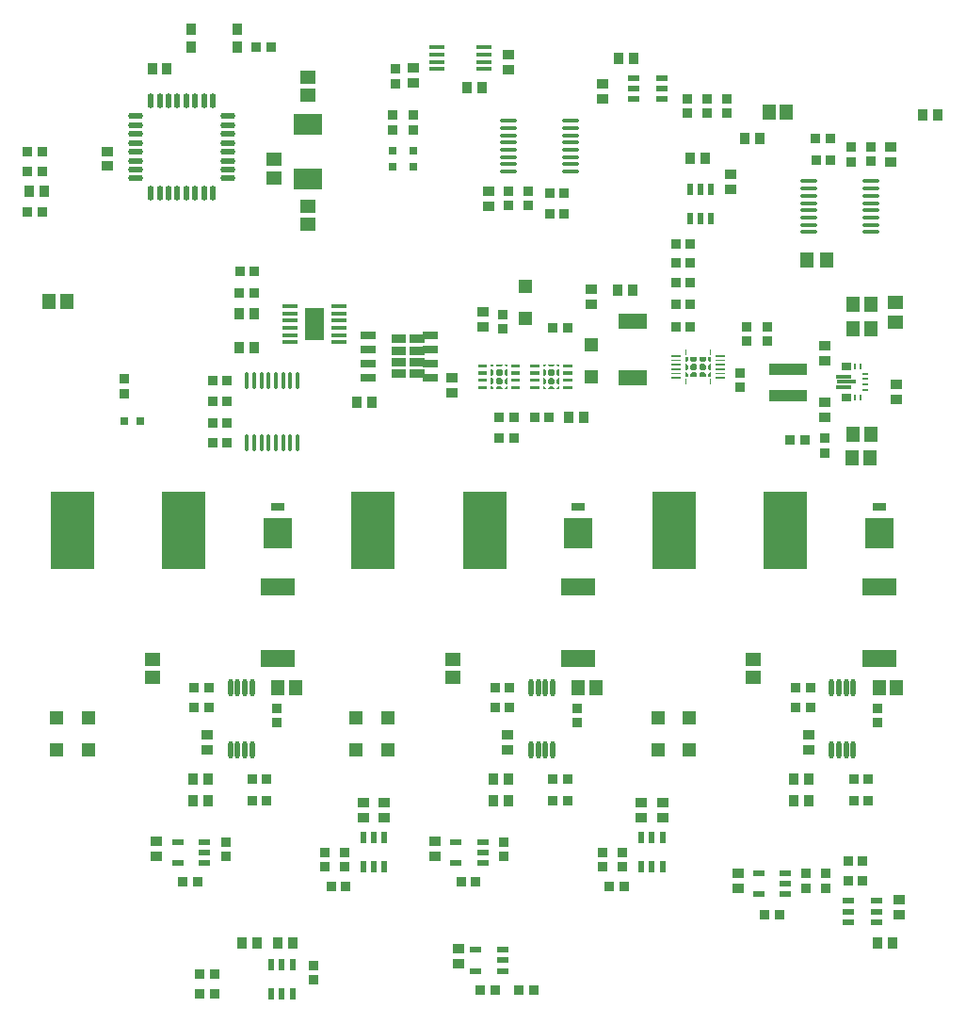
<source format=gbp>
G04*
G04 #@! TF.GenerationSoftware,Altium Limited,Altium Designer,19.0.15 (446)*
G04*
G04 Layer_Color=128*
%FSLAX25Y25*%
%MOIN*%
G70*
G01*
G75*
%ADD21R,0.03937X0.03543*%
%ADD22R,0.03740X0.03347*%
%ADD64R,0.02362X0.03937*%
%ADD65R,0.03937X0.02362*%
%ADD66R,0.03347X0.03740*%
%ADD67R,0.03543X0.03937*%
%ADD68R,0.05118X0.05512*%
%ADD69R,0.03150X0.03150*%
%ADD70R,0.03543X0.03937*%
%ADD71R,0.05512X0.05118*%
%ADD72R,0.10236X0.07480*%
%ADD73O,0.05315X0.02165*%
%ADD74O,0.02165X0.05315*%
%ADD75R,0.05315X0.04528*%
%ADD76R,0.03150X0.03150*%
%ADD77R,0.04724X0.04724*%
%ADD78R,0.04724X0.04724*%
%ADD79R,0.05600X0.01800*%
%ADD80O,0.06299X0.01378*%
%ADD83R,0.04528X0.05315*%
%ADD84R,0.00945X0.02362*%
%ADD85R,0.03347X0.02756*%
%ADD86R,0.05709X0.01378*%
%ADD87R,0.07087X0.01378*%
%ADD88R,0.02362X0.00945*%
%ADD89R,0.13386X0.03858*%
%ADD92R,0.09843X0.05512*%
%ADD93R,0.05402X0.02795*%
%ADD94R,0.06900X0.11600*%
%ADD95R,0.05500X0.01700*%
%ADD96O,0.01378X0.06299*%
%ADD97O,0.01772X0.06299*%
%ADD98R,0.12205X0.06299*%
%ADD99R,0.15748X0.27559*%
%ADD100R,0.10000X0.10512*%
%ADD101R,0.05000X0.02992*%
G36*
X94554Y224294D02*
X88441D01*
Y229306D01*
X94554D01*
Y224294D01*
D02*
G37*
G36*
X134465Y219000D02*
X131449D01*
Y221000D01*
X134465D01*
Y219000D01*
D02*
G37*
G36*
X112756Y218894D02*
X108535D01*
Y221106D01*
X112756D01*
Y218894D01*
D02*
G37*
G36*
X94554Y218494D02*
X88441D01*
Y223506D01*
X94554D01*
Y218494D01*
D02*
G37*
G36*
X130323Y217209D02*
X125228D01*
Y220146D01*
X130323D01*
Y217209D01*
D02*
G37*
G36*
X123850D02*
X118756D01*
Y220146D01*
X123850D01*
Y217209D01*
D02*
G37*
G36*
X134465Y214000D02*
X131449D01*
Y216000D01*
X134465D01*
Y214000D01*
D02*
G37*
G36*
X112756Y213894D02*
X108535D01*
Y216106D01*
X112756D01*
Y213894D01*
D02*
G37*
G36*
X130323Y213090D02*
X125228D01*
Y216028D01*
X130323D01*
Y213090D01*
D02*
G37*
G36*
X123850D02*
X118756D01*
Y216028D01*
X123850D01*
Y213090D01*
D02*
G37*
G36*
X231922Y212826D02*
X231338D01*
Y215084D01*
X231922D01*
Y212826D01*
D02*
G37*
G36*
X223260D02*
X222676D01*
Y215084D01*
X223260D01*
Y212826D01*
D02*
G37*
G36*
X236673Y212429D02*
X233523D01*
Y213020D01*
X236673D01*
Y212429D01*
D02*
G37*
G36*
X221075D02*
X217925D01*
Y213020D01*
X221075D01*
Y212429D01*
D02*
G37*
G36*
X236673Y210854D02*
X233523D01*
Y211445D01*
X236673D01*
Y210854D01*
D02*
G37*
G36*
X221075D02*
X217925D01*
Y211445D01*
X221075D01*
Y210854D01*
D02*
G37*
G36*
X231827Y210731D02*
X231349D01*
X230793Y211288D01*
Y212331D01*
X231827D01*
Y210731D01*
D02*
G37*
G36*
X230005Y211288D02*
X229449Y210731D01*
X228250D01*
X227693Y211288D01*
Y212331D01*
X230005D01*
Y211288D01*
D02*
G37*
G36*
X226905D02*
X226348Y210731D01*
X225149D01*
X224593Y211288D01*
Y212331D01*
X226905D01*
Y211288D01*
D02*
G37*
G36*
X223805D02*
X223249Y210731D01*
X222771D01*
Y212331D01*
X223805D01*
Y211288D01*
D02*
G37*
G36*
X236673Y209279D02*
X233523D01*
Y209870D01*
X236673D01*
Y209279D01*
D02*
G37*
G36*
X221075D02*
X217925D01*
Y209870D01*
X221075D01*
Y209279D01*
D02*
G37*
G36*
X134465Y209000D02*
X131449D01*
Y211000D01*
X134465D01*
Y209000D01*
D02*
G37*
G36*
X130323Y208972D02*
X125228D01*
Y211909D01*
X130323D01*
Y208972D01*
D02*
G37*
G36*
X123850D02*
X118756D01*
Y211909D01*
X123850D01*
Y208972D01*
D02*
G37*
G36*
X112756Y208894D02*
X108535D01*
Y211106D01*
X112756D01*
Y208894D01*
D02*
G37*
G36*
X178260Y208832D02*
X177808D01*
X177251Y209389D01*
Y209768D01*
X178260D01*
Y208832D01*
D02*
G37*
G36*
X176463Y209389D02*
X175907Y208832D01*
X174708D01*
X174151Y209389D01*
Y209768D01*
X176463D01*
Y209389D01*
D02*
G37*
G36*
X173363D02*
X172807Y208832D01*
X172354D01*
Y209768D01*
X173363D01*
Y209389D01*
D02*
G37*
G36*
X159760Y208832D02*
X159308D01*
X158751Y209389D01*
Y209768D01*
X159760D01*
Y208832D01*
D02*
G37*
G36*
X157963Y209389D02*
X157407Y208832D01*
X156208D01*
X155651Y209389D01*
Y209768D01*
X157963D01*
Y209389D01*
D02*
G37*
G36*
X154863D02*
X154307Y208832D01*
X153854D01*
Y209768D01*
X154863D01*
Y209389D01*
D02*
G37*
G36*
X182689Y208586D02*
X179539D01*
Y209768D01*
X182689D01*
Y208586D01*
D02*
G37*
G36*
X171075D02*
X167925D01*
Y209768D01*
X171075D01*
Y208586D01*
D02*
G37*
G36*
X164189D02*
X161039D01*
Y209768D01*
X164189D01*
Y208586D01*
D02*
G37*
G36*
X152575D02*
X149425D01*
Y209768D01*
X152575D01*
Y208586D01*
D02*
G37*
G36*
X236673Y207704D02*
X233523D01*
Y208295D01*
X236673D01*
Y207704D01*
D02*
G37*
G36*
X221075D02*
X217925D01*
Y208295D01*
X221075D01*
Y207704D01*
D02*
G37*
G36*
X231827Y207631D02*
X231349D01*
X230793Y208188D01*
Y209387D01*
X231349Y209944D01*
X231827D01*
Y207631D01*
D02*
G37*
G36*
X230005Y209387D02*
Y208188D01*
X229449Y207631D01*
X228250D01*
X227693Y208188D01*
Y209387D01*
X228250Y209944D01*
X229449D01*
X230005Y209387D01*
D02*
G37*
G36*
X226905D02*
Y208188D01*
X226348Y207631D01*
X225149D01*
X224593Y208188D01*
Y209387D01*
X225149Y209944D01*
X226348D01*
X226905Y209387D01*
D02*
G37*
G36*
X223805D02*
Y208188D01*
X223249Y207631D01*
X222771D01*
Y209944D01*
X223249D01*
X223805Y209387D01*
D02*
G37*
G36*
X236673Y206130D02*
X233523D01*
Y206721D01*
X236673D01*
Y206130D01*
D02*
G37*
G36*
X221075D02*
X217925D01*
Y206721D01*
X221075D01*
Y206130D01*
D02*
G37*
G36*
X182689Y206027D02*
X179539D01*
Y207209D01*
X182689D01*
Y206027D01*
D02*
G37*
G36*
X171075D02*
X167925D01*
Y207209D01*
X171075D01*
Y206027D01*
D02*
G37*
G36*
X164189D02*
X161039D01*
Y207209D01*
X164189D01*
Y206027D01*
D02*
G37*
G36*
X152575D02*
X149425D01*
Y207209D01*
X152575D01*
Y206027D01*
D02*
G37*
G36*
X178260Y205732D02*
X177808D01*
X177251Y206289D01*
Y207488D01*
X177808Y208045D01*
X178260D01*
Y205732D01*
D02*
G37*
G36*
X176463Y207488D02*
Y206289D01*
X175907Y205732D01*
X174708D01*
X174151Y206289D01*
Y207488D01*
X174708Y208045D01*
X175907D01*
X176463Y207488D01*
D02*
G37*
G36*
X173363D02*
Y206289D01*
X172807Y205732D01*
X172354D01*
Y208045D01*
X172807D01*
X173363Y207488D01*
D02*
G37*
G36*
X159760Y205732D02*
X159308D01*
X158751Y206289D01*
Y207488D01*
X159308Y208045D01*
X159760D01*
Y205732D01*
D02*
G37*
G36*
X157963Y207488D02*
Y206289D01*
X157407Y205732D01*
X156208D01*
X155651Y206289D01*
Y207488D01*
X156208Y208045D01*
X157407D01*
X157963Y207488D01*
D02*
G37*
G36*
X154863D02*
Y206289D01*
X154307Y205732D01*
X153854D01*
Y208045D01*
X154307D01*
X154863Y207488D01*
D02*
G37*
G36*
X231827Y205244D02*
X230793D01*
Y206287D01*
X231349Y206844D01*
X231827D01*
Y205244D01*
D02*
G37*
G36*
X230005Y206287D02*
Y205244D01*
X227693D01*
Y206287D01*
X228250Y206844D01*
X229449D01*
X230005Y206287D01*
D02*
G37*
G36*
X226905D02*
Y205244D01*
X224593D01*
Y206287D01*
X225149Y206844D01*
X226348D01*
X226905Y206287D01*
D02*
G37*
G36*
X223805D02*
Y205244D01*
X222771D01*
Y206844D01*
X223249D01*
X223805Y206287D01*
D02*
G37*
G36*
X130323Y204854D02*
X125228D01*
Y207791D01*
X130323D01*
Y204854D01*
D02*
G37*
G36*
X123850D02*
X118756D01*
Y207791D01*
X123850D01*
Y204854D01*
D02*
G37*
G36*
X236673Y204555D02*
X233523D01*
Y205146D01*
X236673D01*
Y204555D01*
D02*
G37*
G36*
X221075D02*
X217925D01*
Y205146D01*
X221075D01*
Y204555D01*
D02*
G37*
G36*
X134465Y204000D02*
X131449D01*
Y206000D01*
X134465D01*
Y204000D01*
D02*
G37*
G36*
X112756Y203894D02*
X108535D01*
Y206106D01*
X112756D01*
Y203894D01*
D02*
G37*
G36*
X182689Y203468D02*
X179539D01*
Y204650D01*
X182689D01*
Y203468D01*
D02*
G37*
G36*
X171075D02*
X167925D01*
Y204650D01*
X171075D01*
Y203468D01*
D02*
G37*
G36*
X164189D02*
X161039D01*
Y204650D01*
X164189D01*
Y203468D01*
D02*
G37*
G36*
X152575D02*
X149425D01*
Y204650D01*
X152575D01*
Y203468D01*
D02*
G37*
G36*
X178260Y202632D02*
X177808D01*
X177251Y203189D01*
Y204388D01*
X177808Y204945D01*
X178260D01*
Y202632D01*
D02*
G37*
G36*
X176463Y204388D02*
Y203189D01*
X175907Y202632D01*
X174708D01*
X174151Y203189D01*
Y204388D01*
X174708Y204945D01*
X175907D01*
X176463Y204388D01*
D02*
G37*
G36*
X173363D02*
Y203189D01*
X172807Y202632D01*
X172354D01*
Y204945D01*
X172807D01*
X173363Y204388D01*
D02*
G37*
G36*
X159760Y202632D02*
X159308D01*
X158751Y203189D01*
Y204388D01*
X159308Y204945D01*
X159760D01*
Y202632D01*
D02*
G37*
G36*
X157963Y204388D02*
Y203189D01*
X157407Y202632D01*
X156208D01*
X155651Y203189D01*
Y204388D01*
X156208Y204945D01*
X157407D01*
X157963Y204388D01*
D02*
G37*
G36*
X154863D02*
Y203189D01*
X154307Y202632D01*
X153854D01*
Y204945D01*
X154307D01*
X154863Y204388D01*
D02*
G37*
G36*
X231922Y202491D02*
X231338D01*
Y204749D01*
X231922D01*
Y202491D01*
D02*
G37*
G36*
X223260D02*
X222676D01*
Y204749D01*
X223260D01*
Y202491D01*
D02*
G37*
G36*
X178260Y200909D02*
X177251D01*
Y201288D01*
X177808Y201845D01*
X178260D01*
Y200909D01*
D02*
G37*
G36*
X176463Y201288D02*
Y200909D01*
X174151D01*
Y201288D01*
X174708Y201845D01*
X175907D01*
X176463Y201288D01*
D02*
G37*
G36*
X173363D02*
Y200909D01*
X172354D01*
Y201845D01*
X172807D01*
X173363Y201288D01*
D02*
G37*
G36*
X159760Y200909D02*
X158751D01*
Y201288D01*
X159308Y201845D01*
X159760D01*
Y200909D01*
D02*
G37*
G36*
X157963Y201288D02*
Y200909D01*
X155651D01*
Y201288D01*
X156208Y201845D01*
X157407D01*
X157963Y201288D01*
D02*
G37*
G36*
X154863D02*
Y200909D01*
X153854D01*
Y201845D01*
X154307D01*
X154863Y201288D01*
D02*
G37*
G36*
X182689Y200909D02*
X179539D01*
Y202091D01*
X182689D01*
Y200909D01*
D02*
G37*
G36*
X171075D02*
X167925D01*
Y202091D01*
X171075D01*
Y200909D01*
D02*
G37*
G36*
X164189D02*
X161039D01*
Y202091D01*
X164189D01*
Y200909D01*
D02*
G37*
G36*
X152575D02*
X149425D01*
Y202091D01*
X152575D01*
Y200909D01*
D02*
G37*
D21*
X142500Y2839D02*
D03*
Y-2476D02*
D03*
X18000Y285102D02*
D03*
Y279787D02*
D03*
X108658Y49343D02*
D03*
Y54658D02*
D03*
X116138Y49343D02*
D03*
Y54658D02*
D03*
X35496Y40799D02*
D03*
Y35484D02*
D03*
X134000Y40799D02*
D03*
Y35484D02*
D03*
X207161Y49343D02*
D03*
Y54658D02*
D03*
X214642Y49343D02*
D03*
Y54658D02*
D03*
X241500Y29658D02*
D03*
Y24342D02*
D03*
X298500Y20315D02*
D03*
Y15000D02*
D03*
X160000Y319357D02*
D03*
Y314042D02*
D03*
X126500Y314457D02*
D03*
Y309142D02*
D03*
X153244Y271063D02*
D03*
Y265748D02*
D03*
X193441Y303559D02*
D03*
Y308874D02*
D03*
X297500Y202500D02*
D03*
Y197185D02*
D03*
X272250Y196158D02*
D03*
Y190842D02*
D03*
X272000Y210842D02*
D03*
Y216158D02*
D03*
X295500Y281343D02*
D03*
Y286658D02*
D03*
X238650Y271630D02*
D03*
Y276945D02*
D03*
X189500Y230842D02*
D03*
Y236157D02*
D03*
X151000Y222843D02*
D03*
Y228157D02*
D03*
X140098Y205000D02*
D03*
Y199685D02*
D03*
X266441Y78535D02*
D03*
Y73220D02*
D03*
X159941D02*
D03*
Y78535D02*
D03*
X53500Y73220D02*
D03*
Y78535D02*
D03*
D22*
X91000Y-8059D02*
D03*
Y-2941D02*
D03*
X119000Y292707D02*
D03*
Y297825D02*
D03*
X126500D02*
D03*
Y292707D02*
D03*
X24000Y204559D02*
D03*
Y199441D02*
D03*
X94996Y31941D02*
D03*
Y37059D02*
D03*
X101996Y31941D02*
D03*
Y37059D02*
D03*
X59996Y40701D02*
D03*
Y35583D02*
D03*
X200500Y31941D02*
D03*
Y37059D02*
D03*
X158500Y40701D02*
D03*
Y35583D02*
D03*
X193500Y31941D02*
D03*
Y37059D02*
D03*
X272500Y24441D02*
D03*
Y29559D02*
D03*
X265500Y29559D02*
D03*
Y24441D02*
D03*
X120000Y314189D02*
D03*
Y309071D02*
D03*
X167244Y265846D02*
D03*
Y270965D02*
D03*
X160221Y265787D02*
D03*
Y270905D02*
D03*
X230441Y303618D02*
D03*
Y298500D02*
D03*
X223500Y303618D02*
D03*
Y298500D02*
D03*
X237441Y303618D02*
D03*
Y298500D02*
D03*
X272250Y178441D02*
D03*
Y183559D02*
D03*
X288524Y286618D02*
D03*
Y281500D02*
D03*
X281500Y286559D02*
D03*
Y281441D02*
D03*
X251691Y222956D02*
D03*
Y217838D02*
D03*
X244500Y223059D02*
D03*
Y217941D02*
D03*
X242000Y206618D02*
D03*
Y201500D02*
D03*
X158000Y222311D02*
D03*
Y227429D02*
D03*
X290941Y82819D02*
D03*
Y87937D02*
D03*
X184441D02*
D03*
Y82819D02*
D03*
X78000Y87937D02*
D03*
Y82819D02*
D03*
D64*
X214642Y42118D02*
D03*
X210902D02*
D03*
X207161D02*
D03*
X214642Y31882D02*
D03*
X210902D02*
D03*
X207161D02*
D03*
X83642Y-2882D02*
D03*
X79902D02*
D03*
X76161D02*
D03*
X83642Y-13118D02*
D03*
X79902D02*
D03*
X76161D02*
D03*
X116138Y42118D02*
D03*
X112398D02*
D03*
X108658D02*
D03*
X116138Y31882D02*
D03*
X112398D02*
D03*
X108658D02*
D03*
X231842Y271630D02*
D03*
X228102D02*
D03*
X224362D02*
D03*
X231842Y261394D02*
D03*
X228102D02*
D03*
X224362D02*
D03*
D65*
X290618Y12358D02*
D03*
Y16098D02*
D03*
Y19839D02*
D03*
X280382Y12358D02*
D03*
Y16098D02*
D03*
Y19839D02*
D03*
X204311Y311039D02*
D03*
Y307299D02*
D03*
Y303559D02*
D03*
X214547Y311039D02*
D03*
Y307299D02*
D03*
Y303559D02*
D03*
X157968Y2583D02*
D03*
Y-1158D02*
D03*
Y-4898D02*
D03*
X148520D02*
D03*
Y2583D02*
D03*
X52496Y40740D02*
D03*
Y37000D02*
D03*
Y33260D02*
D03*
X43047D02*
D03*
Y40740D02*
D03*
X151000D02*
D03*
Y37000D02*
D03*
Y33260D02*
D03*
X141551D02*
D03*
Y40740D02*
D03*
X258224Y29740D02*
D03*
Y26000D02*
D03*
Y22260D02*
D03*
X248776D02*
D03*
Y29740D02*
D03*
D66*
X156941Y183559D02*
D03*
X162059D02*
D03*
X-10059Y263500D02*
D03*
X-4941D02*
D03*
X163941Y-11599D02*
D03*
X169059D02*
D03*
X150185Y-11655D02*
D03*
X155303D02*
D03*
X56059Y-6000D02*
D03*
X50941D02*
D03*
X56059Y-13000D02*
D03*
X50941D02*
D03*
X-10059Y284870D02*
D03*
X-4941D02*
D03*
X-10059Y277894D02*
D03*
X-4941D02*
D03*
X76059Y322000D02*
D03*
X70941D02*
D03*
X102496Y25000D02*
D03*
X97378D02*
D03*
X44937Y26500D02*
D03*
X50055D02*
D03*
X143441D02*
D03*
X148559D02*
D03*
X201000Y25000D02*
D03*
X195882D02*
D03*
X280441Y34000D02*
D03*
X285559D02*
D03*
X250941Y15000D02*
D03*
X256059D02*
D03*
X280441Y27000D02*
D03*
X285559D02*
D03*
X179803Y262906D02*
D03*
X174685D02*
D03*
X174626Y270406D02*
D03*
X179744D02*
D03*
X265059Y183000D02*
D03*
X259941D02*
D03*
X268941Y289500D02*
D03*
X274059D02*
D03*
X274118Y282000D02*
D03*
X269000D02*
D03*
X224421Y238500D02*
D03*
X219303D02*
D03*
X224421Y245500D02*
D03*
X219303D02*
D03*
X224421Y252441D02*
D03*
X219303D02*
D03*
X219441Y230842D02*
D03*
X224559D02*
D03*
X162059Y190878D02*
D03*
X156941D02*
D03*
X175941Y222620D02*
D03*
X181059D02*
D03*
X224559Y223000D02*
D03*
X219441D02*
D03*
X169441Y190878D02*
D03*
X174559D02*
D03*
X70059Y235000D02*
D03*
X64941D02*
D03*
X70102Y242500D02*
D03*
X64984D02*
D03*
X60559Y196500D02*
D03*
X55441D02*
D03*
X55441Y189000D02*
D03*
X60559D02*
D03*
X55441Y204024D02*
D03*
X60559D02*
D03*
X60500Y181976D02*
D03*
X55382D02*
D03*
X282382Y62878D02*
D03*
X287500D02*
D03*
X267000Y88378D02*
D03*
X261882D02*
D03*
X261882Y95402D02*
D03*
X267000D02*
D03*
X287500Y55378D02*
D03*
X282382D02*
D03*
X175882D02*
D03*
X181000D02*
D03*
X160500Y95402D02*
D03*
X155382D02*
D03*
X155382Y88378D02*
D03*
X160500D02*
D03*
X181000Y62878D02*
D03*
X175882D02*
D03*
X48941Y88378D02*
D03*
X54059D02*
D03*
X54059Y95402D02*
D03*
X48941D02*
D03*
X74559Y62878D02*
D03*
X69441D02*
D03*
X69441Y55378D02*
D03*
X74559D02*
D03*
D67*
X71157Y5000D02*
D03*
X65842D02*
D03*
X83654D02*
D03*
X78339D02*
D03*
X-9657Y270823D02*
D03*
X-4343D02*
D03*
X306842Y297825D02*
D03*
X312158D02*
D03*
X243843Y289697D02*
D03*
X249158D02*
D03*
X33968Y314200D02*
D03*
X39283D02*
D03*
X290843Y5000D02*
D03*
X296158D02*
D03*
X145343Y307500D02*
D03*
X150657D02*
D03*
X204311Y317846D02*
D03*
X198996D02*
D03*
X224362Y282500D02*
D03*
X229677D02*
D03*
X204157Y236000D02*
D03*
X198843D02*
D03*
X181342Y190878D02*
D03*
X186658D02*
D03*
X70201Y227740D02*
D03*
X64886D02*
D03*
X111815Y196158D02*
D03*
X106500D02*
D03*
X64886Y215500D02*
D03*
X70201D02*
D03*
X261283Y55378D02*
D03*
X266598D02*
D03*
Y62878D02*
D03*
X261283D02*
D03*
X154783D02*
D03*
X160098D02*
D03*
Y55378D02*
D03*
X154783D02*
D03*
X48342Y62878D02*
D03*
X53658D02*
D03*
Y55378D02*
D03*
X48342D02*
D03*
D68*
X252291Y299085D02*
D03*
X258591D02*
D03*
X-2650Y232000D02*
D03*
X3650D02*
D03*
X288299Y185000D02*
D03*
X282000D02*
D03*
X288150Y176500D02*
D03*
X281850D02*
D03*
X288299Y231083D02*
D03*
X282000D02*
D03*
X288299Y222240D02*
D03*
X282000D02*
D03*
X291291Y95378D02*
D03*
X297590D02*
D03*
X191091D02*
D03*
X184791D02*
D03*
X84650D02*
D03*
X78350D02*
D03*
D69*
X119000Y279492D02*
D03*
Y285398D02*
D03*
X126500D02*
D03*
Y279492D02*
D03*
D70*
X64071Y321850D02*
D03*
X47929D02*
D03*
Y328150D02*
D03*
X64071D02*
D03*
D71*
X89000Y311150D02*
D03*
Y304850D02*
D03*
Y259350D02*
D03*
Y265650D02*
D03*
X246941Y98850D02*
D03*
Y105150D02*
D03*
X140441D02*
D03*
Y98850D02*
D03*
X34000Y105150D02*
D03*
Y98850D02*
D03*
D72*
X89000Y294646D02*
D03*
Y275354D02*
D03*
D73*
X60839Y297524D02*
D03*
Y294374D02*
D03*
Y291224D02*
D03*
Y288075D02*
D03*
Y284925D02*
D03*
Y281776D02*
D03*
Y278626D02*
D03*
Y275476D02*
D03*
X28161D02*
D03*
Y278626D02*
D03*
Y281776D02*
D03*
Y284925D02*
D03*
Y288075D02*
D03*
Y291224D02*
D03*
Y294374D02*
D03*
Y297524D02*
D03*
D74*
X55524Y270161D02*
D03*
X52374D02*
D03*
X49224D02*
D03*
X46075D02*
D03*
X42925D02*
D03*
X39776D02*
D03*
X36626D02*
D03*
X33476D02*
D03*
Y302839D02*
D03*
X36626D02*
D03*
X39776D02*
D03*
X42925D02*
D03*
X46075D02*
D03*
X49224D02*
D03*
X52374D02*
D03*
X55524D02*
D03*
D75*
X77000Y282445D02*
D03*
Y275555D02*
D03*
X297000Y224610D02*
D03*
Y231500D02*
D03*
D76*
X29953Y189500D02*
D03*
X24047D02*
D03*
D77*
X224047Y73354D02*
D03*
X117500Y73370D02*
D03*
X11500D02*
D03*
X213000D02*
D03*
X106246D02*
D03*
X0D02*
D03*
X166000Y225870D02*
D03*
X189500Y216508D02*
D03*
D78*
X224047Y84614D02*
D03*
X117500Y84630D02*
D03*
X11500D02*
D03*
X213000D02*
D03*
X106246D02*
D03*
X0D02*
D03*
X166000Y237130D02*
D03*
X189500Y205248D02*
D03*
D79*
X134956Y321800D02*
D03*
Y319300D02*
D03*
Y316700D02*
D03*
Y314200D02*
D03*
X151556D02*
D03*
Y316700D02*
D03*
Y319300D02*
D03*
Y321800D02*
D03*
D80*
X160221Y277949D02*
D03*
Y280508D02*
D03*
Y283067D02*
D03*
Y285626D02*
D03*
Y288185D02*
D03*
Y290744D02*
D03*
Y293303D02*
D03*
Y295862D02*
D03*
X182268Y277949D02*
D03*
Y280508D02*
D03*
Y283067D02*
D03*
Y285626D02*
D03*
Y288185D02*
D03*
Y290744D02*
D03*
Y293303D02*
D03*
Y295862D02*
D03*
X288524Y274457D02*
D03*
Y271898D02*
D03*
Y269339D02*
D03*
Y266779D02*
D03*
Y264220D02*
D03*
Y261661D02*
D03*
Y259102D02*
D03*
Y256543D02*
D03*
X266476Y274457D02*
D03*
Y271898D02*
D03*
Y269339D02*
D03*
Y266779D02*
D03*
Y264220D02*
D03*
Y261661D02*
D03*
Y259102D02*
D03*
Y256543D02*
D03*
D83*
X265799Y246500D02*
D03*
X272689D02*
D03*
D84*
X284846Y208980D02*
D03*
X282878D02*
D03*
Y197957D02*
D03*
X284846D02*
D03*
D85*
X279925Y208980D02*
D03*
D03*
Y197957D02*
D03*
D03*
D86*
X278941Y205437D02*
D03*
Y201500D02*
D03*
D87*
X279630Y203468D02*
D03*
D88*
X286520Y200516D02*
D03*
Y202484D02*
D03*
Y204453D02*
D03*
Y206421D02*
D03*
D89*
X259000Y208110D02*
D03*
Y198779D02*
D03*
D92*
X204000Y205100D02*
D03*
Y224785D02*
D03*
D93*
X110594Y220000D02*
D03*
Y215000D02*
D03*
Y210000D02*
D03*
Y205000D02*
D03*
X132405D02*
D03*
Y210000D02*
D03*
Y215000D02*
D03*
Y220000D02*
D03*
D94*
X91498Y223900D02*
D03*
D95*
X100098Y217500D02*
D03*
Y220060D02*
D03*
Y222620D02*
D03*
Y225180D02*
D03*
Y227740D02*
D03*
Y230300D02*
D03*
X82898D02*
D03*
Y227740D02*
D03*
Y225180D02*
D03*
Y222620D02*
D03*
Y220060D02*
D03*
Y217500D02*
D03*
D96*
X67543Y204024D02*
D03*
X70102D02*
D03*
X72661D02*
D03*
X75221D02*
D03*
X77780D02*
D03*
X80339D02*
D03*
X82898D02*
D03*
X85457D02*
D03*
X67543Y181976D02*
D03*
X70102D02*
D03*
X72661D02*
D03*
X75221D02*
D03*
X77780D02*
D03*
X80339D02*
D03*
X82898D02*
D03*
X85457D02*
D03*
D97*
X274602Y95402D02*
D03*
X277161D02*
D03*
X279720D02*
D03*
X282279D02*
D03*
X274602Y73354D02*
D03*
X277161D02*
D03*
X279720D02*
D03*
X282279D02*
D03*
X168102Y95402D02*
D03*
X170661D02*
D03*
X173221D02*
D03*
X175779D02*
D03*
X168102Y73354D02*
D03*
X170661D02*
D03*
X173221D02*
D03*
X175779D02*
D03*
X61661Y95402D02*
D03*
X64220D02*
D03*
X66780D02*
D03*
X69339D02*
D03*
X61661Y73354D02*
D03*
X64220D02*
D03*
X66780D02*
D03*
X69339D02*
D03*
D98*
X291441Y131091D02*
D03*
Y105500D02*
D03*
X184941D02*
D03*
Y131091D02*
D03*
X78500Y105500D02*
D03*
Y131091D02*
D03*
D99*
X258126Y151000D02*
D03*
X218756D02*
D03*
X112256D02*
D03*
X151626D02*
D03*
X5815D02*
D03*
X45185D02*
D03*
D100*
X291441Y149864D02*
D03*
X184941D02*
D03*
X78500D02*
D03*
D101*
X291441Y159136D02*
D03*
X184941D02*
D03*
X78500D02*
D03*
M02*

</source>
